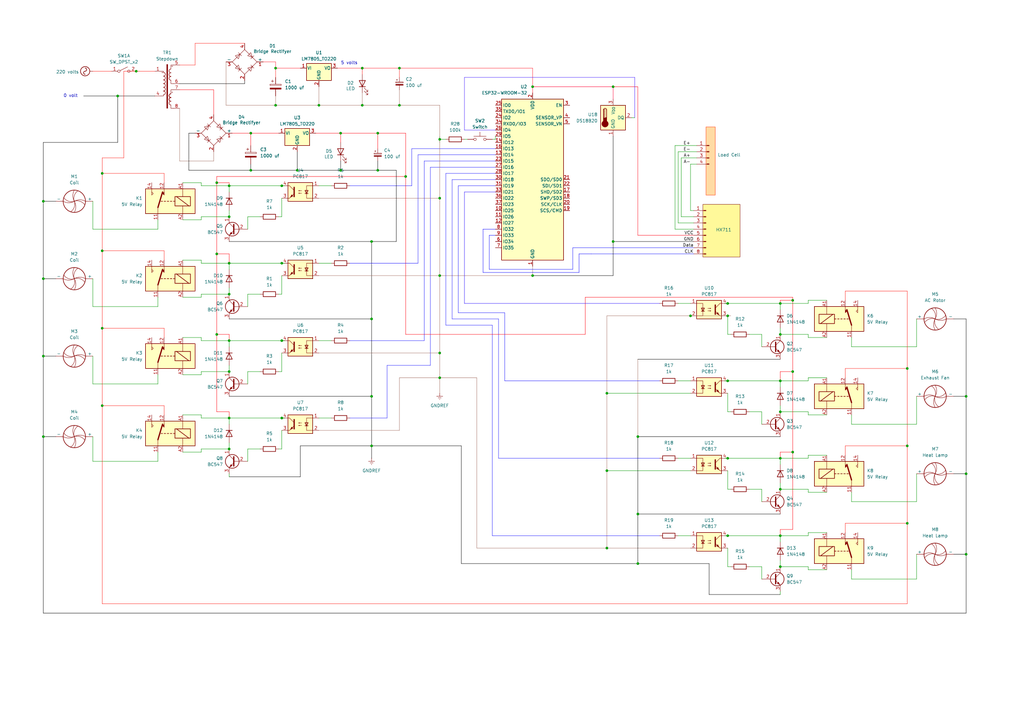
<source format=kicad_sch>
(kicad_sch (version 20231120) (generator "eeschema") (generator_version "8.0")
  (paper "A3")
  (junction (at 251.46 35.56))
  (junction (at 115.57 171.45))
  (junction (at 41.91 71.12))
  (junction (at 102.87 69.85))
  (junction (at 261.62 231.14))
  (junction (at 139.7 69.85))
  (junction (at 55.88 29.21))
  (junction (at 17.78 114.3))
  (junction (at 17.78 179.07))
  (junction (at 152.4 162.56))
  (junction (at 148.59 43.18))
  (junction (at 115.57 107.95))
  (junction (at 130.81 43.18))
  (junction (at 152.4 130.81))
  (junction (at 93.98 88.9))
  (junction (at 320.04 232.41))
  (junction (at 48.26 39.37))
  (junction (at 180.34 57.15))
  (junction (at 17.78 146.05))
  (junction (at 248.92 161.29))
  (junction (at 298.45 187.96))
  (junction (at 93.98 152.4))
  (junction (at 218.44 113.03))
  (junction (at 283.21 129.54))
  (junction (at 163.83 27.94))
  (junction (at 17.78 82.55))
  (junction (at 88.9 137.16))
  (junction (at 154.94 54.61))
  (junction (at 93.98 107.95))
  (junction (at 113.03 27.94))
  (junction (at 372.11 182.88))
  (junction (at 115.57 139.7))
  (junction (at 148.59 27.94))
  (junction (at 298.45 156.21))
  (junction (at 180.34 144.78))
  (junction (at 396.24 227.33))
  (junction (at 93.98 120.65))
  (junction (at 248.92 224.79))
  (junction (at 320.04 124.46))
  (junction (at 139.7 54.61))
  (junction (at 298.45 129.54))
  (junction (at 298.45 219.71))
  (junction (at 115.57 76.2))
  (junction (at 166.37 72.39))
  (junction (at 261.62 210.82))
  (junction (at 41.91 166.37))
  (junction (at 320.04 187.96))
  (junction (at 325.12 123.19))
  (junction (at 93.98 184.15))
  (junction (at 180.34 113.03))
  (junction (at 93.98 76.2))
  (junction (at 152.4 182.88))
  (junction (at 248.92 193.04))
  (junction (at 93.98 171.45))
  (junction (at 396.24 194.31))
  (junction (at 93.98 139.7))
  (junction (at 180.34 81.28))
  (junction (at 180.34 154.94))
  (junction (at 325.12 185.42))
  (junction (at 88.9 104.14))
  (junction (at 320.04 200.66))
  (junction (at 298.45 124.46))
  (junction (at 154.94 69.85))
  (junction (at 163.83 43.18))
  (junction (at 320.04 137.16))
  (junction (at 113.03 43.18))
  (junction (at 372.11 214.63))
  (junction (at 320.04 156.21))
  (junction (at 41.91 102.87))
  (junction (at 102.87 54.61))
  (junction (at 372.11 151.13))
  (junction (at 218.44 35.56))
  (junction (at 261.62 179.07))
  (junction (at 88.9 74.93))
  (junction (at 251.46 99.06))
  (junction (at 41.91 134.62))
  (junction (at 320.04 168.91))
  (junction (at 396.24 162.56))
  (junction (at 320.04 219.71))
  (junction (at 121.92 69.85))
  (junction (at 152.4 99.06))
  (junction (at 325.12 152.4))
  (wire (pts (xy 17.78 146.05) (xy 17.78 179.07)) (stroke (width 0) (color 0 0 0 1)))
  (wire (pts (xy 396.24 130.81) (xy 391.16 130.81)) (stroke (width 0) (color 0 0 0 1)))
  (wire (pts (xy 154.94 66.04) (xy 154.94 69.85)) (stroke (width 0) (color 0 0 0 1)))
  (wire (pts (xy 261.62 231.14) (xy 189.23 231.14)) (stroke (width 0) (color 0 0 0 1)))
  (wire (pts (xy 298.45 193.04) (xy 298.45 200.66)))
  (wire (pts (xy 115.57 176.53) (xy 115.57 184.15)))
  (wire (pts (xy 115.57 152.4) (xy 114.3 152.4)))
  (wire (pts (xy 187.96 128.27) (xy 187.96 76.2)) (stroke (width 0) (color 28 23 255 1)))
  (wire (pts (xy 139.7 54.61) (xy 129.54 54.61)) (stroke (width 0) (color 255 0 13 1)))
  (wire (pts (xy 138.43 27.94) (xy 148.59 27.94)) (stroke (width 0) (color 255 23 40 1)))
  (wire (pts (xy 325.12 152.4) (xy 325.12 185.42)) (stroke (width 0) (color 255 2 11 1)))
  (wire (pts (xy 372.11 214.63) (xy 372.11 247.65)) (stroke (width 0) (color 255 30 24 1)))
  (wire (pts (xy 278.13 62.23) (xy 285.75 62.23)))
  (wire (pts (xy 74.93 170.18) (xy 82.55 170.18)))
  (wire (pts (xy 260.35 48.26) (xy 259.08 48.26)))
  (wire (pts (xy 182.88 133.35) (xy 201.93 133.35)) (stroke (width 0) (color 28 23 255 1)))
  (wire (pts (xy 73.66 34.29) (xy 100.33 34.29)) (stroke (width 0) (color 0 0 0 1)))
  (wire (pts (xy 102.87 54.61) (xy 102.87 59.69)) (stroke (width 0) (color 255 0 13 1)))
  (wire (pts (xy 248.92 224.79) (xy 248.92 193.04)) (stroke (width 0) (color 163 110 97 1)))
  (wire (pts (xy 312.42 232.41) (xy 312.42 237.49)))
  (wire (pts (xy 339.09 123.19) (xy 331.47 123.19)))
  (wire (pts (xy 195.58 154.94) (xy 180.34 154.94)) (stroke (width 0) (color 163 110 97 1)))
  (wire (pts (xy 251.46 35.56) (xy 218.44 35.56)) (stroke (width 0) (color 255 0 50 1)))
  (wire (pts (xy 38.1 93.98) (xy 64.77 93.98)))
  (wire (pts (xy 95.25 54.61) (xy 102.87 54.61)) (stroke (width 0) (color 255 0 13 1)))
  (wire (pts (xy 50.8 64.77) (xy 41.91 64.77)) (stroke (width 0) (color 255 30 24 1)))
  (wire (pts (xy 48.26 58.42) (xy 17.78 58.42)) (stroke (width 0) (color 0 0 0 1)))
  (wire (pts (xy 312.42 232.41) (xy 307.34 232.41)))
  (wire (pts (xy 67.31 166.37) (xy 67.31 170.18)) (stroke (width 0) (color 255 30 24 1)))
  (wire (pts (xy 349.25 142.24) (xy 349.25 138.43)))
  (wire (pts (xy 320.04 156.21) (xy 320.04 152.4)) (stroke (width 0) (color 255 2 11 1)))
  (wire (pts (xy 64.77 157.48) (xy 64.77 153.67)))
  (wire (pts (xy 123.19 27.94) (xy 113.03 27.94)) (stroke (width 0) (color 255 23 40 1)))
  (wire (pts (xy 93.98 104.14) (xy 88.9 104.14)) (stroke (width 0) (color 255 2 11 1)))
  (wire (pts (xy 82.55 120.65) (xy 93.98 120.65)))
  (wire (pts (xy 101.6 120.65) (xy 106.68 120.65)))
  (wire (pts (xy 87.63 66.04) (xy 87.63 62.23)) (stroke (width 0) (color 163 110 97 1)))
  (wire (pts (xy 298.45 200.66) (xy 299.72 200.66)))
  (wire (pts (xy 284.48 104.14) (xy 242.57 104.14)) (stroke (width 0) (color 20 20 255 1)))
  (wire (pts (xy 93.98 139.7) (xy 93.98 142.24)))
  (wire (pts (xy 148.59 27.94) (xy 163.83 27.94)) (stroke (width 0) (color 255 23 40 1)))
  (wire (pts (xy 93.98 130.81) (xy 152.4 130.81)) (stroke (width 0) (color 0 0 0 1)))
  (wire (pts (xy 372.11 182.88) (xy 346.71 182.88)) (stroke (width 0) (color 255 30 24 1)))
  (wire (pts (xy 325.12 121.92) (xy 325.12 123.19)) (stroke (width 0) (color 255 0 13 1)))
  (wire (pts (xy 176.53 68.58) (xy 176.53 149.86)) (stroke (width 0) (color 28 23 255 1)))
  (wire (pts (xy 331.47 124.46) (xy 320.04 124.46)))
  (wire (pts (xy 234.95 101.6) (xy 284.48 101.6)) (stroke (width 0) (color 20 20 255 1)))
  (wire (pts (xy 270.51 124.46) (xy 190.5 124.46)) (stroke (width 0) (color 36 10 255 1)))
  (wire (pts (xy 50.8 29.21) (xy 50.8 64.77)) (stroke (width 0) (color 255 30 24 1)))
  (wire (pts (xy 284.48 93.98) (xy 276.86 93.98)))
  (wire (pts (xy 396.24 194.31) (xy 396.24 227.33)) (stroke (width 0) (color 0 0 0 1)))
  (wire (pts (xy 251.46 40.64) (xy 251.46 35.56)) (stroke (width 0) (color 255 0 50 1)))
  (wire (pts (xy 101.6 88.9) (xy 101.6 93.98)))
  (wire (pts (xy 154.94 60.96) (xy 154.94 54.61)) (stroke (width 0) (color 255 0 13 1)))
  (wire (pts (xy 88.9 137.16) (xy 88.9 168.91)) (stroke (width 0) (color 255 2 11 1)))
  (wire (pts (xy 74.93 153.67) (xy 82.55 153.67)))
  (wire (pts (xy 298.45 224.79) (xy 298.45 232.41)))
  (wire (pts (xy 93.98 76.2) (xy 93.98 78.74)))
  (wire (pts (xy 200.66 110.49) (xy 234.95 110.49)) (stroke (width 0) (color 20 20 255 1)))
  (wire (pts (xy 115.57 184.15) (xy 114.3 184.15)))
  (wire (pts (xy 180.34 57.15) (xy 180.34 58.42)))
  (wire (pts (xy 48.26 39.37) (xy 63.5 39.37)) (stroke (width 0) (color 0 0 0 1)))
  (wire (pts (xy 190.5 57.15) (xy 191.77 57.15)))
  (wire (pts (xy 173.99 139.7) (xy 143.51 139.7)) (stroke (width 0) (color 28 23 255 1)))
  (wire (pts (xy 158.75 171.45) (xy 143.51 171.45)) (stroke (width 0) (color 28 23 255 1)))
  (wire (pts (xy 115.57 88.9) (xy 114.3 88.9)))
  (wire (pts (xy 48.26 39.37) (xy 48.26 58.42)) (stroke (width 0) (color 0 0 0 1)))
  (wire (pts (xy 38.1 29.21) (xy 45.72 29.21)) (stroke (width 0) (color 255 30 24 1)))
  (wire (pts (xy 237.49 104.14) (xy 242.57 104.14)) (stroke (width 0) (color 7 0 255 1)))
  (wire (pts (xy 93.98 168.91) (xy 93.98 171.45)) (stroke (width 0) (color 255 2 11 1)))
  (wire (pts (xy 320.04 124.46) (xy 320.04 127)))
  (wire (pts (xy 396.24 251.46) (xy 17.78 251.46)) (stroke (width 0) (color 0 0 0 1)))
  (wire (pts (xy 101.6 88.9) (xy 106.68 88.9)))
  (wire (pts (xy 375.92 227.33) (xy 375.92 237.49)))
  (wire (pts (xy 67.31 102.87) (xy 67.31 106.68)) (stroke (width 0) (color 255 30 24 1)))
  (wire (pts (xy 331.47 187.96) (xy 320.04 187.96)))
  (wire (pts (xy 331.47 137.16) (xy 320.04 137.16)))
  (wire (pts (xy 283.21 124.46) (xy 278.13 124.46)))
  (wire (pts (xy 320.04 123.19) (xy 320.04 124.46)) (stroke (width 0) (color 255 2 11 1)))
  (wire (pts (xy 207.01 156.21) (xy 270.51 156.21)) (stroke (width 0) (color 28 23 255 1)))
  (wire (pts (xy 50.8 29.21) (xy 55.88 29.21)) (stroke (width 0) (color 255 30 24 1)))
  (wire (pts (xy 201.93 57.15) (xy 203.2 57.15)))
  (wire (pts (xy 251.46 99.06) (xy 251.46 113.03)) (stroke (width 0) (color 0 0 0 1)))
  (wire (pts (xy 41.91 134.62) (xy 41.91 166.37)) (stroke (width 0) (color 255 30 24 1)))
  (wire (pts (xy 115.57 144.78) (xy 115.57 152.4)))
  (wire (pts (xy 34.29 39.37) (xy 48.26 39.37)) (stroke (width 0) (color 0 0 0 1)))
  (wire (pts (xy 130.81 76.2) (xy 135.89 76.2)))
  (wire (pts (xy 279.4 64.77) (xy 285.75 64.77)))
  (wire (pts (xy 251.46 113.03) (xy 218.44 113.03)) (stroke (width 0) (color 0 0 0 1)))
  (wire (pts (xy 92.71 43.18) (xy 113.03 43.18)) (stroke (width 0) (color 163 110 97 1)))
  (wire (pts (xy 285.75 67.31) (xy 283.21 67.31)))
  (wire (pts (xy 346.71 182.88) (xy 346.71 186.69)) (stroke (width 0) (color 255 30 24 1)))
  (wire (pts (xy 234.95 101.6) (xy 234.95 110.49)) (stroke (width 0) (color 20 20 255 1)))
  (wire (pts (xy 375.92 130.81) (xy 375.92 142.24)))
  (wire (pts (xy 41.91 64.77) (xy 41.91 71.12)) (stroke (width 0) (color 255 30 24 1)))
  (wire (pts (xy 115.57 120.65) (xy 114.3 120.65)))
  (wire (pts (xy 185.42 73.66) (xy 203.2 73.66)) (stroke (width 0) (color 28 23 255 1)))
  (wire (pts (xy 297.18 219.71) (xy 298.45 219.71)))
  (wire (pts (xy 17.78 251.46) (xy 17.78 179.07)) (stroke (width 0) (color 0 0 0 1)))
  (wire (pts (xy 320.04 134.62) (xy 320.04 137.16)))
  (wire (pts (xy 339.09 138.43) (xy 331.47 138.43)))
  (wire (pts (xy 166.37 137.16) (xy 166.37 72.39)) (stroke (width 0) (color 255 0 13 1)))
  (wire (pts (xy 396.24 162.56) (xy 391.16 162.56)) (stroke (width 0) (color 0 0 0 1)))
  (wire (pts (xy 180.34 57.15) (xy 182.88 57.15)))
  (wire (pts (xy 130.81 81.28) (xy 180.34 81.28)) (stroke (width 0) (color 163 110 97 1)))
  (wire (pts (xy 130.81 176.53) (xy 163.83 176.53)) (stroke (width 0) (color 163 110 97 1)))
  (wire (pts (xy 166.37 72.39) (xy 88.9 72.39)) (stroke (width 0) (color 255 0 13 1)))
  (wire (pts (xy 320.04 229.87) (xy 320.04 232.41)))
  (wire (pts (xy 38.1 114.3) (xy 38.1 125.73)))
  (wire (pts (xy 121.92 69.85) (xy 102.87 69.85)) (stroke (width 0) (color 0 0 0 1)))
  (wire (pts (xy 298.45 232.41) (xy 299.72 232.41)))
  (wire (pts (xy 77.47 69.85) (xy 102.87 69.85)) (stroke (width 0) (color 0 0 0 1)))
  (wire (pts (xy 320.04 152.4) (xy 325.12 152.4)) (stroke (width 0) (color 255 2 11 1)))
  (wire (pts (xy 198.12 93.98) (xy 198.12 111.76)) (stroke (width 0) (color 7 0 255 1)))
  (wire (pts (xy 283.21 187.96) (xy 278.13 187.96)))
  (wire (pts (xy 331.47 154.94) (xy 331.47 156.21)))
  (wire (pts (xy 163.83 36.83) (xy 163.83 43.18)) (stroke (width 0) (color 163 110 97 1)))
  (wire (pts (xy 207.01 128.27) (xy 187.96 128.27)) (stroke (width 0) (color 28 23 255 1)))
  (wire (pts (xy 166.37 54.61) (xy 166.37 72.39)) (stroke (width 0) (color 255 0 13 1)))
  (wire (pts (xy 248.92 224.79) (xy 283.21 224.79)) (stroke (width 0) (color 163 110 97 1)))
  (wire (pts (xy 320.04 242.57) (xy 320.04 243.84)))
  (wire (pts (xy 93.98 194.31) (xy 93.98 195.58)))
  (wire (pts (xy 283.21 156.21) (xy 278.13 156.21)))
  (wire (pts (xy 82.55 153.67) (xy 82.55 152.4)))
  (wire (pts (xy 185.42 130.81) (xy 185.42 73.66)) (stroke (width 0) (color 28 23 255 1)))
  (wire (pts (xy 200.66 96.52) (xy 203.2 96.52)) (stroke (width 0) (color 20 20 255 1)))
  (wire (pts (xy 198.12 111.76) (xy 237.49 111.76)) (stroke (width 0) (color 7 0 255 1)))
  (wire (pts (xy 93.98 76.2) (xy 115.57 76.2)))
  (wire (pts (xy 82.55 121.92) (xy 82.55 120.65)))
  (wire (pts (xy 261.62 231.14) (xy 261.62 210.82)) (stroke (width 0) (color 0 0 0 1)))
  (wire (pts (xy 189.23 182.88) (xy 152.4 182.88)) (stroke (width 0) (color 0 0 0 1)))
  (wire (pts (xy 320.04 243.84) (xy 290.83 243.84)) (stroke (width 0) (color 0 0 0 1)))
  (wire (pts (xy 17.78 82.55) (xy 17.78 114.3)) (stroke (width 0) (color 0 0 0 1)))
  (wire (pts (xy 190.5 124.46) (xy 190.5 78.74)) (stroke (width 0) (color 36 10 255 1)))
  (wire (pts (xy 320.04 217.17) (xy 320.04 219.71)) (stroke (width 0) (color 255 2 11 1)))
  (wire (pts (xy 93.98 149.86) (xy 93.98 152.4)))
  (wire (pts (xy 203.2 53.34) (xy 190.5 53.34)) (stroke (width 0) (color 62 24 255 1)))
  (wire (pts (xy 346.71 151.13) (xy 346.71 154.94)) (stroke (width 0) (color 255 30 24 1)))
  (wire (pts (xy 82.55 170.18) (xy 82.55 171.45)))
  (wire (pts (xy 261.62 147.32) (xy 261.62 179.07)) (stroke (width 0) (color 163 110 97 1)))
  (wire (pts (xy 163.83 27.94) (xy 163.83 31.75)) (stroke (width 0) (color 255 30 24 1)))
  (wire (pts (xy 339.09 218.44) (xy 331.47 218.44)))
  (wire (pts (xy 331.47 156.21) (xy 320.04 156.21)))
  (wire (pts (xy 93.98 162.56) (xy 152.4 162.56)) (stroke (width 0) (color 0 0 0 1)))
  (wire (pts (xy 116.84 76.2) (xy 115.57 76.2)))
  (wire (pts (xy 279.4 88.9) (xy 279.4 64.77)))
  (wire (pts (xy 346.71 214.63) (xy 346.71 218.44)) (stroke (width 0) (color 255 30 24 1)))
  (wire (pts (xy 248.92 161.29) (xy 248.92 129.54)) (stroke (width 0) (color 163 110 97 1)))
  (wire (pts (xy 180.34 154.94) (xy 180.34 161.29)) (stroke (width 0) (color 163 110 97 1)))
  (wire (pts (xy 154.94 54.61) (xy 166.37 54.61)) (stroke (width 0) (color 255 0 13 1)))
  (wire (pts (xy 331.47 218.44) (xy 331.47 219.71)))
  (wire (pts (xy 278.13 91.44) (xy 278.13 62.23)))
  (wire (pts (xy 38.1 82.55) (xy 38.1 93.98)))
  (wire (pts (xy 154.94 54.61) (xy 139.7 54.61)) (stroke (width 0) (color 255 0 13 1)))
  (wire (pts (xy 396.24 227.33) (xy 391.16 227.33)) (stroke (width 0) (color 0 0 0 1)))
  (wire (pts (xy 299.72 129.54) (xy 298.45 129.54)) (stroke (width 0) (color 163 110 97 1)))
  (wire (pts (xy 190.5 31.75) (xy 260.35 31.75)) (stroke (width 0) (color 62 24 255 1)))
  (wire (pts (xy 248.92 193.04) (xy 248.92 161.29)) (stroke (width 0) (color 163 110 97 1)))
  (wire (pts (xy 187.96 76.2) (xy 203.2 76.2)) (stroke (width 0) (color 28 23 255 1)))
  (wire (pts (xy 278.13 91.44) (xy 284.48 91.44)))
  (wire (pts (xy 372.11 182.88) (xy 372.11 214.63)) (stroke (width 0) (color 255 30 24 1)))
  (wire (pts (xy 93.98 74.93) (xy 93.98 76.2)) (stroke (width 0) (color 255 2 11 1)))
  (wire (pts (xy 154.94 69.85) (xy 139.7 69.85)) (stroke (width 0) (color 0 0 0 1)))
  (wire (pts (xy 248.92 129.54) (xy 283.21 129.54)) (stroke (width 0) (color 163 110 97 1)))
  (wire (pts (xy 372.11 151.13) (xy 346.71 151.13)) (stroke (width 0) (color 255 30 24 1)))
  (wire (pts (xy 163.83 176.53) (xy 163.83 154.94)) (stroke (width 0) (color 163 110 97 1)))
  (wire (pts (xy 180.34 43.18) (xy 180.34 57.15)) (stroke (width 0) (color 163 110 97 1)))
  (wire (pts (xy 113.03 25.4) (xy 113.03 27.94)) (stroke (width 0) (color 255 23 40 1)))
  (wire (pts (xy 38.1 146.05) (xy 38.1 157.48)))
  (wire (pts (xy 139.7 66.04) (xy 139.7 69.85)) (stroke (width 0) (color 0 0 0 1)))
  (wire (pts (xy 107.95 25.4) (xy 113.03 25.4)) (stroke (width 0) (color 255 23 40 1)))
  (wire (pts (xy 201.93 219.71) (xy 270.51 219.71)) (stroke (width 0) (color 28 23 255 1)))
  (wire (pts (xy 168.91 60.96) (xy 203.2 60.96)) (stroke (width 0) (color 28 23 255 1)))
  (wire (pts (xy 152.4 99.06) (xy 152.4 130.81)) (stroke (width 0) (color 0 0 0 1)))
  (wire (pts (xy 204.47 130.81) (xy 185.42 130.81)) (stroke (width 0) (color 28 23 255 1)))
  (wire (pts (xy 87.63 36.83) (xy 87.63 46.99)) (stroke (width 0) (color 255 0 13 1)))
  (wire (pts (xy 261.62 35.56) (xy 251.46 35.56)) (stroke (width 0) (color 255 13 30 1)))
  (wire (pts (xy 171.45 63.5) (xy 171.45 107.95)) (stroke (width 0) (color 28 23 255 1)))
  (wire (pts (xy 372.11 119.38) (xy 346.71 119.38)) (stroke (width 0) (color 255 30 24 1)))
  (wire (pts (xy 93.98 137.16) (xy 88.9 137.16)) (stroke (width 0) (color 255 2 11 1)))
  (wire (pts (xy 331.47 232.41) (xy 320.04 232.41)))
  (wire (pts (xy 82.55 185.42) (xy 82.55 184.15)))
  (wire (pts (xy 251.46 55.88) (xy 251.46 99.06)) (stroke (width 0) (color 0 0 0 1)))
  (wire (pts (xy 93.98 118.11) (xy 93.98 120.65)))
  (wire (pts (xy 130.81 107.95) (xy 135.89 107.95)))
  (wire (pts (xy 130.81 139.7) (xy 135.89 139.7)))
  (wire (pts (xy 339.09 170.18) (xy 331.47 170.18)))
  (wire (pts (xy 82.55 184.15) (xy 93.98 184.15)))
  (wire (pts (xy 93.98 86.36) (xy 93.98 88.9)))
  (wire (pts (xy 113.03 27.94) (xy 113.03 31.75)) (stroke (width 0) (color 255 30 24 1)))
  (wire (pts (xy 162.56 99.06) (xy 152.4 99.06)) (stroke (width 0) (color 0 0 0 1)))
  (wire (pts (xy 74.93 185.42) (xy 82.55 185.42)))
  (wire (pts (xy 203.2 57.15) (xy 203.2 55.88)))
  (wire (pts (xy 290.83 243.84) (xy 290.83 231.14)) (stroke (width 0) (color 0 0 0 1)))
  (wire (pts (xy 204.47 187.96) (xy 270.51 187.96)) (stroke (width 0) (color 28 23 255 1)))
  (wire (pts (xy 331.47 233.68) (xy 331.47 232.41)))
  (wire (pts (xy 283.21 86.36) (xy 283.21 67.31)))
  (wire (pts (xy 113.03 43.18) (xy 130.81 43.18)) (stroke (width 0) (color 163 110 97 1)))
  (wire (pts (xy 115.57 113.03) (xy 115.57 120.65)))
  (wire (pts (xy 283.21 86.36) (xy 284.48 86.36)))
  (wire (pts (xy 240.03 121.92) (xy 325.12 121.92)) (stroke (width 0) (color 255 0 13 1)))
  (wire (pts (xy 200.66 96.52) (xy 200.66 110.49)) (stroke (width 0) (color 20 20 255 1)))
  (wire (pts (xy 339.09 186.69) (xy 331.47 186.69)))
  (wire (pts (xy 312.42 168.91) (xy 307.34 168.91)))
  (wire (pts (xy 375.92 194.31) (xy 375.92 205.74)))
  (wire (pts (xy 298.45 129.54) (xy 298.45 137.16)))
  (wire (pts (xy 163.83 43.18) (xy 148.59 43.18)) (stroke (width 0) (color 163 110 97 1)))
  (wire (pts (xy 93.98 107.95) (xy 115.57 107.95)))
  (wire (pts (xy 298.45 168.91) (xy 299.72 168.91)))
  (wire (pts (xy 297.18 156.21) (xy 298.45 156.21)))
  (wire (pts (xy 168.91 60.96) (xy 168.91 76.2)) (stroke (width 0) (color 28 23 255 1)))
  (wire (pts (xy 55.88 29.21) (xy 63.5 29.21)) (stroke (width 0) (color 255 30 24 1)))
  (wire (pts (xy 218.44 27.94) (xy 218.44 35.56)) (stroke (width 0) (color 255 23 40 1)))
  (wire (pts (xy 240.03 121.92) (xy 240.03 137.16)) (stroke (width 0) (color 255 0 13 1)))
  (wire (pts (xy 180.34 113.03) (xy 218.44 113.03)) (stroke (width 0) (color 163 110 97 1)))
  (wire (pts (xy 88.9 74.93) (xy 88.9 104.14)) (stroke (width 0) (color 255 2 11 1)))
  (wire (pts (xy 41.91 166.37) (xy 41.91 247.65)) (stroke (width 0) (color 255 30 24 1)))
  (wire (pts (xy 113.03 43.18) (xy 113.03 39.37)) (stroke (width 0) (color 163 110 97 1)))
  (wire (pts (xy 130.81 113.03) (xy 180.34 113.03)) (stroke (width 0) (color 163 110 97 1)))
  (wire (pts (xy 41.91 71.12) (xy 41.91 102.87)) (stroke (width 0) (color 255 30 24 1)))
  (wire (pts (xy 152.4 182.88) (xy 152.4 162.56)) (stroke (width 0) (color 0 0 0 1)))
  (wire (pts (xy 331.47 200.66) (xy 320.04 200.66)))
  (wire (pts (xy 297.18 124.46) (xy 298.45 124.46)))
  (wire (pts (xy 73.66 44.45) (xy 73.66 66.04)) (stroke (width 0) (color 163 110 97 1)))
  (wire (pts (xy 320.04 147.32) (xy 261.62 147.32)) (stroke (width 0) (color 0 0 0 1)))
  (wire (pts (xy 396.24 162.56) (xy 396.24 194.31)) (stroke (width 0) (color 0 0 0 1)))
  (wire (pts (xy 248.92 193.04) (xy 283.21 193.04)))
  (wire (pts (xy 158.75 149.86) (xy 158.75 171.45)) (stroke (width 0) (color 28 23 255 1)))
  (wire (pts (xy 320.04 124.46) (xy 298.45 124.46)))
  (wire (pts (xy 171.45 63.5) (xy 203.2 63.5)) (stroke (width 0) (color 28 23 255 1)))
  (wire (pts (xy 331.47 138.43) (xy 331.47 137.16)))
  (wire (pts (xy 88.9 168.91) (xy 93.98 168.91)) (stroke (width 0) (color 255 2 11 1)))
  (wire (pts (xy 93.98 181.61) (xy 93.98 184.15)))
  (wire (pts (xy 130.81 43.18) (xy 148.59 43.18)) (stroke (width 0) (color 163 110 97 1)))
  (wire (pts (xy 283.21 219.71) (xy 278.13 219.71)))
  (wire (pts (xy 375.92 162.56) (xy 375.92 173.99)))
  (wire (pts (xy 93.98 99.06) (xy 152.4 99.06)) (stroke (width 0) (color 0 0 0 1)))
  (wire (pts (xy 163.83 43.18) (xy 180.34 43.18)) (stroke (width 0) (color 163 110 97 1)))
  (wire (pts (xy 331.47 219.71) (xy 320.04 219.71)))
  (wire (pts (xy 176.53 68.58) (xy 203.2 68.58)) (stroke (width 0) (color 28 23 255 1)))
  (wire (pts (xy 298.45 129.54) (xy 283.21 129.54)) (stroke (width 0) (color 163 110 97 1)))
  (wire (pts (xy 176.53 149.86) (xy 158.75 149.86)) (stroke (width 0) (color 28 23 255 1)))
  (wire (pts (xy 298.45 137.16) (xy 299.72 137.16)))
  (wire (pts (xy 320.04 219.71) (xy 298.45 219.71)))
  (wire (pts (xy 101.6 152.4) (xy 101.6 157.48)))
  (wire (pts (xy 339.09 201.93) (xy 331.47 201.93)))
  (wire (pts (xy 166.37 137.16) (xy 240.03 137.16)) (stroke (width 0) (color 255 0 13 1)))
  (wire (pts (xy 74.93 121.92) (xy 82.55 121.92)))
  (wire (pts (xy 93.98 107.95) (xy 93.98 110.49)))
  (wire (pts (xy 331.47 186.69) (xy 331.47 187.96)))
  (wire (pts (xy 320.04 187.96) (xy 320.04 190.5)))
  (wire (pts (xy 67.31 71.12) (xy 67.31 74.93)) (stroke (width 0) (color 255 30 24 1)))
  (wire (pts (xy 396.24 130.81) (xy 396.24 162.56)) (stroke (width 0) (color 0 0 0 1)))
  (wire (pts (xy 325.12 185.42) (xy 325.12 217.17)) (stroke (width 0) (color 255 2 11 1)))
  (wire (pts (xy 173.99 66.04) (xy 173.99 139.7)) (stroke (width 0) (color 28 23 255 1)))
  (wire (pts (xy 82.55 107.95) (xy 93.98 107.95)))
  (wire (pts (xy 173.99 66.04) (xy 203.2 66.04)) (stroke (width 0) (color 28 23 255 1)))
  (wire (pts (xy 180.34 57.15) (xy 180.34 81.28)) (stroke (width 0) (color 163 110 97 1)))
  (wire (pts (xy 320.04 166.37) (xy 320.04 168.91)))
  (wire (pts (xy 349.25 237.49) (xy 349.25 233.68)))
  (wire (pts (xy 17.78 114.3) (xy 17.78 146.05)) (stroke (width 0) (color 0 0 0 1)))
  (wire (pts (xy 218.44 113.03) (xy 218.44 109.22)) (stroke (width 0) (color 163 110 97 1)))
  (wire (pts (xy 38.1 179.07) (xy 38.1 189.23)))
  (wire (pts (xy 67.31 134.62) (xy 67.31 138.43)) (stroke (width 0) (color 255 30 24 1)))
  (wire (pts (xy 372.11 119.38) (xy 372.11 151.13)) (stroke (width 0) (color 255 30 24 1)))
  (wire (pts (xy 101.6 152.4) (xy 106.68 152.4)))
  (wire (pts (xy 279.4 88.9) (xy 284.48 88.9)))
  (wire (pts (xy 74.93 74.93) (xy 82.55 74.93)))
  (wire (pts (xy 312.42 200.66) (xy 312.42 205.74)))
  (wire (pts (xy 41.91 102.87) (xy 67.31 102.87)) (stroke (width 0) (color 255 30 24 1)))
  (wire (pts (xy 251.46 99.06) (xy 284.48 99.06)) (stroke (width 0) (color 0 0 0 1)))
  (wire (pts (xy 17.78 179.07) (xy 22.86 179.07)) (stroke (width 0) (color 0 0 0 1)))
  (wire (pts (xy 17.78 82.55) (xy 22.86 82.55)) (stroke (width 0) (color 0 0 0 1)))
  (wire (pts (xy 139.7 58.42) (xy 139.7 54.61)) (stroke (width 0) (color 255 0 13 1)))
  (wire (pts (xy 320.04 187.96) (xy 298.45 187.96)))
  (wire (pts (xy 207.01 156.21) (xy 207.01 128.27)) (stroke (width 0) (color 28 23 255 1)))
  (wire (pts (xy 320.04 156.21) (xy 298.45 156.21)))
  (wire (pts (xy 102.87 67.31) (xy 102.87 69.85)) (stroke (width 0) (color 0 0 0 1)))
  (wire (pts (xy 201.93 219.71) (xy 201.93 133.35)) (stroke (width 0) (color 28 23 255 1)))
  (wire (pts (xy 204.47 187.96) (xy 204.47 130.81)) (stroke (width 0) (color 28 23 255 1)))
  (wire (pts (xy 375.92 237.49) (xy 349.25 237.49)))
  (wire (pts (xy 41.91 134.62) (xy 67.31 134.62)) (stroke (width 0) (color 255 30 24 1)))
  (wire (pts (xy 163.83 154.94) (xy 180.34 154.94)) (stroke (width 0) (color 163 110 97 1)))
  (wire (pts (xy 123.19 182.88) (xy 152.4 182.88)) (stroke (width 0) (color 0 0 0 1)))
  (wire (pts (xy 116.84 139.7) (xy 115.57 139.7)))
  (wire (pts (xy 320.04 185.42) (xy 325.12 185.42)) (stroke (width 0) (color 255 2 11 1)))
  (wire (pts (xy 325.12 217.17) (xy 320.04 217.17)) (stroke (width 0) (color 255 2 11 1)))
  (wire (pts (xy 82.55 76.2) (xy 93.98 76.2)))
  (wire (pts (xy 349.25 173.99) (xy 349.25 170.18)))
  (wire (pts (xy 339.09 154.94) (xy 331.47 154.94)))
  (wire (pts (xy 276.86 59.69) (xy 285.75 59.69)))
  (wire (pts (xy 41.91 247.65) (xy 372.11 247.65)) (stroke (width 0) (color 255 30 24 1)))
  (wire (pts (xy 92.71 25.4) (xy 92.71 43.18)) (stroke (width 0) (color 163 110 97 1)))
  (wire (pts (xy 182.88 71.12) (xy 182.88 133.35)) (stroke (width 0) (color 28 23 255 1)))
  (wire (pts (xy 180.34 144.78) (xy 180.34 154.94)) (stroke (width 0) (color 163 110 97 1)))
  (wire (pts (xy 130.81 35.56) (xy 130.81 43.18)) (stroke (width 0) (color 163 110 97 1)))
  (wire (pts (xy 115.57 81.28) (xy 115.57 88.9)))
  (wire (pts (xy 297.18 187.96) (xy 298.45 187.96)))
  (wire (pts (xy 331.47 201.93) (xy 331.47 200.66)))
  (wire (pts (xy 80.01 26.67) (xy 80.01 17.78)) (stroke (width 0) (color 255 30 24 1)))
  (wire (pts (xy 82.55 74.93) (xy 82.55 76.2)))
  (wire (pts (xy 312.42 137.16) (xy 312.42 142.24)))
  (wire (pts (xy 38.1 125.73) (xy 64.77 125.73)))
  (wire (pts (xy 260.35 31.75) (xy 260.35 48.26)) (stroke (width 0) (color 62 24 255 1)))
  (wire (pts (xy 88.9 74.93) (xy 93.98 74.93)) (stroke (width 0) (color 255 2 11 1)))
  (wire (pts (xy 82.55 171.45) (xy 93.98 171.45)))
  (wire (pts (xy 139.7 69.85) (xy 121.92 69.85)) (stroke (width 0) (color 0 0 0 1)))
  (wire (pts (xy 320.04 210.82) (xy 261.62 210.82)) (stroke (width 0) (color 0 0 0 1)))
  (wire (pts (xy 218.44 35.56) (xy 218.44 38.1)) (stroke (width 0) (color 255 23 40 1)))
  (wire (pts (xy 331.47 168.91) (xy 320.04 168.91)))
  (wire (pts (xy 372.11 214.63) (xy 346.71 214.63)) (stroke (width 0) (color 255 30 24 1)))
  (wire (pts (xy 190.5 78.74) (xy 203.2 78.74)) (stroke (width 0) (color 36 10 255 1)))
  (wire (pts (xy 237.49 111.76) (xy 237.49 104.14)) (stroke (width 0) (color 7 0 255 1)))
  (wire (pts (xy 93.98 139.7) (xy 115.57 139.7)))
  (wire (pts (xy 154.94 69.85) (xy 162.56 69.85)) (stroke (width 0) (color 0 0 0 1)))
  (wire (pts (xy 320.04 219.71) (xy 320.04 222.25)))
  (wire (pts (xy 88.9 72.39) (xy 88.9 74.93)) (stroke (width 0) (color 255 0 13 1)))
  (wire (pts (xy 130.81 144.78) (xy 180.34 144.78)) (stroke (width 0) (color 163 110 97 1)))
  (wire (pts (xy 339.09 233.68) (xy 331.47 233.68)))
  (wire (pts (xy 82.55 138.43) (xy 82.55 139.7)))
  (wire (pts (xy 73.66 66.04) (xy 87.63 66.04)) (stroke (width 0) (color 163 110 97 1)))
  (wire (pts (xy 148.59 27.94) (xy 148.59 30.48)) (stroke (width 0) (color 255 30 24 1)))
  (wire (pts (xy 320.04 187.96) (xy 320.04 185.42)) (stroke (width 0) (color 255 2 11 1)))
  (wire (pts (xy 80.01 17.78) (xy 100.33 17.78)) (stroke (width 0) (color 255 30 24 1)))
  (wire (pts (xy 349.25 205.74) (xy 349.25 201.93)))
  (wire (pts (xy 320.04 179.07) (xy 261.62 179.07)) (stroke (width 0) (color 0 0 0 1)))
  (wire (pts (xy 312.42 137.16) (xy 307.34 137.16)))
  (wire (pts (xy 130.81 171.45) (xy 135.89 171.45)))
  (wire (pts (xy 74.93 90.17) (xy 82.55 90.17)))
  (wire (pts (xy 116.84 171.45) (xy 115.57 171.45)))
  (wire (pts (xy 93.98 107.95) (xy 93.98 104.14)) (stroke (width 0) (color 255 2 11 1)))
  (wire (pts (xy 261.62 179.07) (xy 261.62 210.82)) (stroke (width 0) (color 0 0 0 1)))
  (wire (pts (xy 168.91 76.2) (xy 143.51 76.2)) (stroke (width 0) (color 28 23 255 1)))
  (wire (pts (xy 152.4 130.81) (xy 152.4 162.56)) (stroke (width 0) (color 0 0 0 1)))
  (wire (pts (xy 17.78 146.05) (xy 22.86 146.05)) (stroke (width 0) (color 0 0 0 1)))
  (wire (pts (xy 41.91 71.12) (xy 67.31 71.12)) (stroke (width 0) (color 255 30 24 1)))
  (wire (pts (xy 312.42 200.66) (xy 307.34 200.66)))
  (wire (pts (xy 116.84 107.95) (xy 115.57 107.95)))
  (wire (pts (xy 163.83 27.94) (xy 218.44 27.94)) (stroke (width 0) (color 255 23 40 1)))
  (wire (pts (xy 102.87 54.61) (xy 114.3 54.61)) (stroke (width 0) (color 255 0 13 1)))
  (wire (pts (xy 320.04 156.21) (xy 320.04 158.75)))
  (wire (pts (xy 152.4 182.88) (xy 152.4 187.96)) (stroke (width 0) (color 0 0 0 1)))
  (wire (pts (xy 17.78 58.42) (xy 17.78 82.55)) (stroke (width 0) (color 0 0 0 1)))
  (wire (pts (xy 17.78 114.3) (xy 22.86 114.3)) (stroke (width 0) (color 0 0 0 1)))
  (wire (pts (xy 143.51 107.95) (xy 171.45 107.95)) (stroke (width 0) (color 28 23 255 1)))
  (wire (pts (xy 331.47 170.18) (xy 331.47 168.91)))
  (wire (pts (xy 325.12 123.19) (xy 325.12 152.4)) (stroke (width 0) (color 255 2 11 1)))
  (wire (pts (xy 93.98 139.7) (xy 93.98 137.16)) (stroke (width 0) (color 255 2 11 1)))
  (wire (pts (xy 93.98 195.58) (xy 123.19 195.58)) (stroke (width 0) (color 0 0 0 1)))
  (wire (pts (xy 396.24 194.31) (xy 391.16 194.31)) (stroke (width 0) (color 0 0 0 1)))
  (wire (pts (xy 248.92 161.29) (xy 283.21 161.29)))
  (wire (pts (xy 82.55 152.4) (xy 93.98 152.4)))
  (wire (pts (xy 101.6 184.15) (xy 101.6 189.23)))
  (wire (pts (xy 64.77 125.73) (xy 64.77 121.92)))
  (wire (pts (xy 101.6 120.65) (xy 101.6 125.73)))
  (wire (pts (xy 93.98 171.45) (xy 93.98 173.99)))
  (wire (pts (xy 82.55 106.68) (xy 82.55 107.95)))
  (wire (pts (xy 180.34 57.15) (xy 180.34 55.88)))
  (wire (pts (xy 41.91 102.87) (xy 41.91 134.62)) (stroke (width 0) (color 255 30 24 1)))
  (wire (pts (xy 312.42 168.91) (xy 312.42 173.99)))
  (wire (pts (xy 38.1 157.48) (xy 64.77 157.48)))
  (wire (pts (xy 346.71 119.38) (xy 346.71 123.19)) (stroke (width 0) (color 255 30 24 1)))
  (wire (pts (xy 276.86 93.98) (xy 276.86 59.69)))
  (wire (pts (xy 189.23 182.88) (xy 189.23 231.14)) (stroke (width 0) (color 0 0 0 1)))
  (wire (pts (xy 148.59 38.1) (xy 148.59 43.18)) (stroke (width 0) (color 163 110 97 1)))
  (wire (pts (xy 372.11 151.13) (xy 372.11 182.88)) (stroke (width 0) (color 255 30 24 1)))
  (wire (pts (xy 64.77 189.23) (xy 64.77 185.42)))
  (wire (pts (xy 190.5 53.34) (xy 190.5 31.75)) (stroke (width 0) (color 62 24 255 1)))
  (wire (pts (xy 375.92 142.24) (xy 349.25 142.24)))
  (wire (pts (xy 331.47 123.19) (xy 331.47 124.46)))
  (wire (pts (xy 93.98 171.45) (xy 115.57 171.45)))
  (wire (pts (xy 80.01 54.61) (xy 77.47 54.61)) (stroke (width 0) (color 0 0 0 1)))
  (wire (pts (xy 73.66 26.67) (xy 80.01 26.67)) (stroke (width 0) (color 255 30 24 1)))
  (wire (pts (xy 180.34 113.03) (xy 180.34 144.78)) (stroke (width 0) (color 163 110 97 1)))
  (wire (pts (xy 375.92 205.74) (xy 349.25 205.74)))
  (wire (pts (xy 77.47 54.61) (xy 77.47 69.85)) (stroke (width 0) (color 0 0 0 1)))
  (wire (pts (xy 375.92 173.99) (xy 349.25 173.99)))
  (wire (pts (xy 38.1 189.23) (xy 64.77 189.23)))
  (wire (pts (xy 396.24 227.33) (xy 396.24 251.46)) (stroke (width 0) (color 0 0 0 1)))
  (wire (pts (xy 248.92 224.79) (xy 195.58 224.79)) (stroke (width 0) (color 163 110 97 1)))
  (wire (pts (xy 195.58 224.79) (xy 195.58 154.94)) (stroke (width 0) (color 163 110 97 1)))
  (wire (pts (xy 290.83 231.14) (xy 261.62 231.14)) (stroke (width 0) (color 0 0 0 1)))
  (wire (pts (xy 261.62 96.52) (xy 261.62 35.56)) (stroke (width 0) (color 255 13 30 1)))
  (wire (pts (xy 325.12 123.19) (xy 320.04 123.19)) (stroke (width 0) (color 255 2 11 1)))
  (wire (pts (xy 123.19 195.58) (xy 123.19 182.88)) (stroke (width 0) (color 0 0 0 1)))
  (wire (pts (xy 320.04 198.12) (xy 320.04 200.66)))
  (wire (pts (xy 298.45 161.29) (xy 298.45 168.91)))
  (wire (pts (xy 101.6 184.15) (xy 106.68 184.15)))
  (wire (pts (xy 82.55 88.9) (xy 93.98 88.9)))
  (wire (pts (xy 64.77 93.98) (xy 64.77 90.17)))
  (wire (pts (xy 73.66 36.83) (xy 87.63 36.83)) (stroke (width 0) (color 255 0 13 1)))
  (wire (pts (xy 180.34 81.28) (xy 180.34 113.03)) (stroke (width 0) (color 163 110 97 1)))
  (wire (pts (xy 88.9 104.14) (xy 88.9 137.16)) (stroke (width 0) (color 255 2 11 1)))
  (wire (pts (xy 100.33 34.29) (xy 100.33 33.02)) (stroke (width 0) (color 0 0 0 1)))
  (wire (pts (xy 74.93 106.68) (xy 82.55 106.68)))
  (wire (pts (xy 284.48 96.52) (xy 261.62 96.52)) (stroke (width 0) (color 255 13 30 1)))
  (wire (pts (xy 182.88 71.12) (xy 203.2 71.12)) (stroke (width 0) (color 28 23 255 1)))
  (wire (pts (xy 74.93 138.43) (xy 82.55 138.43)))
  (wire (pts (xy 41.91 166.37) (xy 67.31 166.37)) (stroke (width 0) (color 255 30 24 1)))
  (wire (pts (xy 162.56 69.85) (xy 162.56 99.06)) (stroke (width 0) (color 0 0 0 1)))
  (wire (pts (xy 121.92 62.23) (xy 121.92 69.85)) (stroke (width 0) (color 0 0 0 1)))
  (wire (pts (xy 82.55 139.7) (xy 93.98 139.7)))
  (wire (pts (xy 82.55 90.17) (xy 82.55 88.9)))
  (wire (pts (xy 203.2 93.98) (xy 198.12 93.98)) (stroke (width 0) (color 7 0 255 1)))
  (text "0 volt" (at 28.956 39.37 0) (effects (font (size 1.27 1.27))))
  (text "5 volts" (at 143.256 25.908 0) (effects (font (size 1.27 1.27))))
  (label "VCC" (at 284.48 96.52 180))
  (label "A-" (at 283.21 67.31 180))
  (label "E+" (at 283.21 59.69 180))
  (label "Data" (at 284.48 101.6 180))
  (label "CLK" (at 284.48 104.14 180))
  (label "A+" (at 283.21 64.77 180))
  (label "GND" (at 284.48 99.06 180))
  (label "E-" (at 283.21 62.23 180))
  (symbol (lib_id "Transformer:TEZ0.5-D-2") (at 68.58 34.29 0) (unit 1)
    (property "Reference" "TR1" (at 68.58 21.59 0))
    (property "Value" "Stepdown" (at 68.58 24.13 0))
    (property "Footprint" "Transformer_THT:Transformer_Breve_TEZ-22x24" (effects (hide yes)))
    (property "Datasheet" "http://www.breve.pl/pdf/ANG/TEZ_ang.pdf" (effects (hide yes)))
    (property "Description" "TEZ0.5/D/x-x, 0.5VA, Dual Secondary, Cast Resin Transformer, PCB" (effects (hide yes)))
  )
  (symbol (lib_id "Relay:Fujitsu_FTR-LYCA005x") (at 69.85 114.3 0) (mirror y) (unit 1)
    (property "Reference" "K2" (at 58.42 113.0299 0) (effects (justify left)))
    (property "Value" "5V Relay" (at 58.42 115.5699 0) (effects (justify left)))
    (property "Footprint" "Relay_THT:Relay_SPDT_Fujitsu_FTR-LYCA005x_FormC_Vertical" (effects (hide yes)))
    (property "Datasheet" "https://www.fujitsu.com/sg/imagesgig5/ftr-ly.pdf" (effects (hide yes)))
    (property "Description" "Relay, SPDT Form C, vertical mount, 5-60V coil, 6A, 250VAC, 28 x 5 x 15mm" (effects (hide yes)))
  )
  (symbol (lib_id "Device:R") (at 303.53 168.91 270) (unit 1)
    (property "Reference" "R13" (at 303.53 162.56 90))
    (property "Value" "1k" (at 303.53 165.1 90))
    (property "Description" "Resistor" (effects (hide yes)))
  )
  (symbol (lib_id "Transistor_BJT:BC547") (at 317.5 205.74 0) (unit 1)
    (property "Reference" "Q4" (at 322.58 204.4699 0) (effects (justify left)))
    (property "Value" "BC547" (at 322.58 207.0099 0) (effects (justify left)))
    (property "Footprint" "Package_TO_SOT_THT:TO-92_Inline" (effects (hide yes)))
    (property "Datasheet" "https://www.onsemi.com/pub/Collateral/BC550-D.pdf" (effects (hide yes)))
    (property "Description" "0.1A Ic, 45V Vce, Small Signal NPN Transistor, TO-92" (effects (hide yes)))
  )
  (symbol (lib_id "Motor:Fan_ALT") (at 383.54 194.31 90) (mirror x) (unit 1)
    (property "Reference" "M7" (at 383.54 184.15 90))
    (property "Value" "Heat Lamp" (at 383.54 186.69 90))
    (property "Description" "Fan without PWM or tach, alternative symbol" (effects (hide yes)))
  )
  (symbol (lib_id "Relay:Fujitsu_FTR-LYCA005x") (at 344.17 226.06 0) (unit 1)
    (property "Reference" "K9" (at 355.6 224.7899 0) (effects (justify left)))
    (property "Value" "5V Relay" (at 355.6 227.3299 0) (effects (justify left)))
    (property "Footprint" "Relay_THT:Relay_SPDT_Fujitsu_FTR-LYCA005x_FormC_Vertical" (effects (hide yes)))
    (property "Datasheet" "https://www.fujitsu.com/sg/imagesgig5/ftr-ly.pdf" (effects (hide yes)))
    (property "Description" "Relay, SPDT Form C, vertical mount, 5-60V coil, 6A, 250VAC, 28 x 5 x 15mm" (effects (hide yes)))
  )
  (symbol (lib_id "Motor:Fan_ALT") (at 30.48 179.07 270) (unit 1)
    (property "Reference" "M4" (at 30.48 168.91 90))
    (property "Value" "Coil" (at 30.48 171.45 90))
    (property "Description" "Fan without PWM or tach, alternative symbol" (effects (hide yes)))
  )
  (symbol (lib_id "Transistor_BJT:BC547") (at 96.52 157.48 0) (mirror y) (unit 1)
    (property "Reference" "Q7" (at 91.44 156.2099 0) (effects (justify left)))
    (property "Value" "BC547" (at 91.44 158.7499 0) (effects (justify left)))
    (property "Footprint" "Package_TO_SOT_THT:TO-92_Inline" (effects (hide yes)))
    (property "Datasheet" "https://www.onsemi.com/pub/Collateral/BC550-D.pdf" (effects (hide yes)))
    (property "Description" "0.1A Ic, 45V Vce, Small Signal NPN Transistor, TO-92" (effects (hide yes)))
  )
  (symbol (lib_id "Isolator:PC817") (at 290.83 222.25 0) (unit 1)
    (property "Reference" "U13" (at 290.83 213.36 0))
    (property "Value" "PC817" (at 290.83 215.9 0))
    (property "Footprint" "Package_DIP:DIP-4_W7.62mm" (effects (hide yes)))
    (property "Datasheet" "http://www.soselectronic.cz/a_info/resource/d/pc817.pdf" (effects (hide yes)))
    (property "Description" "DC Optocoupler, Vce 35V, CTR 50-300%, DIP-4" (effects (hide yes)))
  )
  (symbol (lib_id "Diode:1N4148") (at 93.98 146.05 90) (mirror x) (unit 1)
    (property "Reference" "D11" (at 91.44 144.7799 90) (effects (justify left)))
    (property "Value" "1N4148" (at 91.44 147.3199 90) (effects (justify left)))
    (property "Footprint" "Diode_THT:D_DO-35_SOD27_P7.62mm_Horizontal" (effects (hide yes)))
    (property "Datasheet" "https://assets.nexperia.com/documents/data-sheet/1N4148_1N4448.pdf" (effects (hide yes)))
    (property "Description" "100V 0.15A standard switching diode, DO-35" (effects (hide yes)))
    (property "Sim.Device" "D" (effects (hide yes)))
    (property "Sim.Pins" "1=K 2=A" (effects (hide yes)))
  )
  (symbol (lib_id "Device:R") (at 303.53 232.41 270) (unit 1)
    (property "Reference" "R15" (at 303.53 226.06 90))
    (property "Value" "1k" (at 303.53 228.6 90))
    (property "Description" "Resistor" (effects (hide yes)))
  )
  (symbol (lib_id "power:GNDREF") (at 180.34 161.29 0) (unit 1)
    (property "Reference" "#PWR03" (effects (hide yes)))
    (property "Value" "GNDREF" (at 180.34 166.37 0))
    (property "Description" "Power symbol creates a global label with name \"GNDREF\" , reference supply ground" (effects (hide yes)))
  )
  (symbol (lib_id "power:GNDREF") (at 152.4 187.96 0) (unit 1)
    (property "Reference" "#PWR02" (effects (hide yes)))
    (property "Value" "GNDREF" (at 152.4 193.04 0))
    (property "Description" "Power symbol creates a global label with name \"GNDREF\" , reference supply ground" (effects (hide yes)))
  )
  (symbol (lib_id "Motor:Fan_ALT") (at 383.54 162.56 90) (mirror x) (unit 1)
    (property "Reference" "M6" (at 383.54 152.4 90))
    (property "Value" "Exhaust Fan" (at 383.54 154.94 90))
    (property "Description" "Fan without PWM or tach, alternative symbol" (effects (hide yes)))
  )
  (symbol (lib_id "Device:R") (at 303.53 200.66 270) (unit 1)
    (property "Reference" "R14" (at 303.53 194.31 90))
    (property "Value" "1k" (at 303.53 196.85 90))
    (property "Description" "Resistor" (effects (hide yes)))
  )
  (symbol (lib_id "Isolator:PC817") (at 123.19 142.24 0) (mirror y) (unit 1)
    (property "Reference" "U6" (at 123.19 133.35 0))
    (property "Value" "PC817" (at 123.19 135.89 0))
    (property "Footprint" "Package_DIP:DIP-4_W7.62mm" (effects (hide yes)))
    (property "Datasheet" "http://www.soselectronic.cz/a_info/resource/d/pc817.pdf" (effects (hide yes)))
    (property "Description" "DC Optocoupler, Vce 35V, CTR 50-300%, DIP-4" (effects (hide yes)))
  )
  (symbol (lib_id "Device:R") (at 274.32 187.96 90) (unit 1)
    (property "Reference" "R18" (at 274.32 181.61 90))
    (property "Value" "1k" (at 274.32 184.15 90))
    (property "Description" "Resistor" (effects (hide yes)))
  )
  (symbol (lib_id "Isolator:PC817") (at 123.19 173.99 0) (mirror y) (unit 1)
    (property "Reference" "U7" (at 123.19 165.1 0))
    (property "Value" "PC817" (at 123.19 167.64 0))
    (property "Footprint" "Package_DIP:DIP-4_W7.62mm" (effects (hide yes)))
    (property "Datasheet" "http://www.soselectronic.cz/a_info/resource/d/pc817.pdf" (effects (hide yes)))
    (property "Description" "DC Optocoupler, Vce 35V, CTR 50-300%, DIP-4" (effects (hide yes)))
  )
  (symbol (lib_id "Isolator:PC817") (at 290.83 190.5 0) (unit 1)
    (property "Reference" "U12" (at 290.83 181.61 0))
    (property "Value" "PC817" (at 290.83 184.15 0))
    (property "Footprint" "Package_DIP:DIP-4_W7.62mm" (effects (hide yes)))
    (property "Datasheet" "http://www.soselectronic.cz/a_info/resource/d/pc817.pdf" (effects (hide yes)))
    (property "Description" "DC Optocoupler, Vce 35V, CTR 50-300%, DIP-4" (effects (hide yes)))
  )
  (symbol (lib_id "Device:C_Polarized") (at 102.87 63.5 0) (unit 1)
    (property "Reference" "C3" (at 106.68 61.3409 0) (effects (justify left)))
    (property "Value" "1000 uf" (at 106.68 63.8809 0) (effects (justify left)))
    (property "Description" "Polarized capacitor" (effects (hide yes)))
  )
  (symbol (lib_id "Transistor_BJT:BC547") (at 317.5 173.99 0) (unit 1)
    (property "Reference" "Q3" (at 322.58 172.7199 0) (effects (justify left)))
    (property "Value" "BC547" (at 322.58 175.2599 0) (effects (justify left)))
    (property "Footprint" "Package_TO_SOT_THT:TO-92_Inline" (effects (hide yes)))
    (property "Datasheet" "https://www.onsemi.com/pub/Collateral/BC550-D.pdf" (effects (hide yes)))
    (property "Description" "0.1A Ic, 45V Vce, Small Signal NPN Transistor, TO-92" (effects (hide yes)))
  )
  (symbol (lib_id "Device:C_Polarized") (at 113.03 35.56 0) (unit 1)
    (property "Reference" "C1" (at 116.84 33.4009 0) (effects (justify left)))
    (property "Value" "1000 uf" (at 116.84 35.9409 0) (effects (justify left)))
    (property "Description" "Polarized capacitor" (effects (hide yes)))
  )
  (symbol (lib_id "Diode:1N4148") (at 320.04 226.06 270) (unit 1)
    (property "Reference" "D13" (at 322.58 224.7899 90) (effects (justify left)))
    (property "Value" "1N4148" (at 322.58 227.3299 90) (effects (justify left)))
    (property "Footprint" "Diode_THT:D_DO-35_SOD27_P7.62mm_Horizontal" (effects (hide yes)))
    (property "Datasheet" "https://assets.nexperia.com/documents/data-sheet/1N4148_1N4448.pdf" (effects (hide yes)))
    (property "Description" "100V 0.15A standard switching diode, DO-35" (effects (hide yes)))
    (property "Sim.Device" "D" (effects (hide yes)))
    (property "Sim.Pins" "1=K 2=A" (effects (hide yes)))
  )
  (symbol (lib_id "Device:LED") (at 139.7 62.23 90) (unit 1)
    (property "Reference" "D5" (at 134.874 61.976 90))
    (property "Value" "LED" (at 134.874 64.262 90))
    (property "Description" "Light emitting diode" (effects (hide yes)))
  )
  (symbol (lib_id "Relay:Fujitsu_FTR-LYCA005x") (at 69.85 82.55 0) (mirror y) (unit 1)
    (property "Reference" "K1" (at 58.42 81.2799 0) (effects (justify left)))
    (property "Value" "5V Relay" (at 58.42 83.8199 0) (effects (justify left)))
    (property "Footprint" "Relay_THT:Relay_SPDT_Fujitsu_FTR-LYCA005x_FormC_Vertical" (effects (hide yes)))
    (property "Datasheet" "https://www.fujitsu.com/sg/imagesgig5/ftr-ly.pdf" (effects (hide yes)))
    (property "Description" "Relay, SPDT Form C, vertical mount, 5-60V coil, 6A, 250VAC, 28 x 5 x 15mm" (effects (hide yes)))
  )
  (symbol (lib_id "Diode:1N4148") (at 93.98 82.55 90) (mirror x) (unit 1)
    (property "Reference" "D9" (at 91.44 81.2799 90) (effects (justify left)))
    (property "Value" "1N4148" (at 91.44 83.8199 90) (effects (justify left)))
    (property "Footprint" "Diode_THT:D_DO-35_SOD27_P7.62mm_Horizontal" (effects (hide yes)))
    (property "Datasheet" "https://assets.nexperia.com/documents/data-sheet/1N4148_1N4448.pdf" (effects (hide yes)))
    (property "Description" "100V 0.15A standard switching diode, DO-35" (effects (hide yes)))
    (property "Sim.Device" "D" (effects (hide yes)))
    (property "Sim.Pins" "1=K 2=A" (effects (hide yes)))
  )
  (symbol (lib_id "Diode_Bridge:RB151") (at 87.63 54.61 0) (unit 1)
    (property "Reference" "D4" (at 99.06 48.006 0))
    (property "Value" "Bridge Rectifyer" (at 99.06 50.292 0))
    (property "Footprint" "Diode_THT:Diode_Bridge_Round_D9.0mm" (effects (hide yes)))
    (property "Datasheet" "https://www.rectron.com/public/product_datasheets/rb151-rb157.pdf" (effects (hide yes)))
    (property "Description" "Single-Phase Bridge Rectifier, 35V Vrms, 1.5A If, WOG-like package" (effects (hide yes)))
  )
  (symbol (lib_id "Diode_Bridge:RB151") (at 100.33 25.4 0) (unit 1)
    (property "Reference" "D1" (at 111.76 18.796 0))
    (property "Value" "Bridge Rectifyer" (at 111.76 21.082 0))
    (property "Footprint" "Diode_THT:Diode_Bridge_Round_D9.0mm" (effects (hide yes)))
    (property "Datasheet" "https://www.rectron.com/public/product_datasheets/rb151-rb157.pdf" (effects (hide yes)))
    (property "Description" "Single-Phase Bridge Rectifier, 35V Vrms, 1.5A If, WOG-like package" (effects (hide yes)))
  )
  (symbol (lib_id "Device:R") (at 139.7 139.7 270) (mirror x) (unit 1)
    (property "Reference" "R4" (at 139.7 133.35 90))
    (property "Value" "1k" (at 139.7 135.89 90))
    (property "Description" "Resistor" (effects (hide yes)))
  )
  (symbol (lib_id "Diode:1N4148") (at 320.04 194.31 270) (unit 1)
    (property "Reference" "D8" (at 322.58 193.0399 90) (effects (justify left)))
    (property "Value" "1N4148" (at 322.58 195.5799 90) (effects (justify left)))
    (property "Footprint" "Diode_THT:D_DO-35_SOD27_P7.62mm_Horizontal" (effects (hide yes)))
    (property "Datasheet" "https://assets.nexperia.com/documents/data-sheet/1N4148_1N4448.pdf" (effects (hide yes)))
    (property "Description" "100V 0.15A standard switching diode, DO-35" (effects (hide yes)))
    (property "Sim.Device" "D" (effects (hide yes)))
    (property "Sim.Pins" "1=K 2=A" (effects (hide yes)))
  )
  (symbol (lib_id "Transistor_BJT:BC547") (at 96.52 93.98 0) (mirror y) (unit 1)
    (property "Reference" "Q5" (at 91.44 92.7099 0) (effects (justify left)))
    (property "Value" "BC547" (at 91.44 95.2499 0) (effects (justify left)))
    (property "Footprint" "Package_TO_SOT_THT:TO-92_Inline" (effects (hide yes)))
    (property "Datasheet" "https://www.onsemi.com/pub/Collateral/BC550-D.pdf" (effects (hide yes)))
    (property "Description" "0.1A Ic, 45V Vce, Small Signal NPN Transistor, TO-92" (effects (hide yes)))
  )
  (symbol (lib_id "power:AC") (at 38.1 29.21 90) (unit 1)
    (property "Reference" "#PWR01" (effects (hide yes)))
    (property "Value" "220 volts" (at 27.686 29.464 90))
    (property "Description" "Power symbol creates a global label with name \"AC\"" (effects (hide yes)))
  )
  (symbol (lib_id "Motor:Fan_ALT") (at 30.48 114.3 270) (unit 1)
    (property "Reference" "M2" (at 30.48 104.14 90))
    (property "Value" "Coil" (at 30.48 106.68 90))
    (property "Description" "Fan without PWM or tach, alternative symbol" (effects (hide yes)))
  )
  (symbol (lib_id "Relay:Fujitsu_FTR-LYCA005x") (at 69.85 177.8 0) (mirror y) (unit 1)
    (property "Reference" "K4" (at 58.42 176.5299 0) (effects (justify left)))
    (property "Value" "5V Relay" (at 58.42 179.0699 0) (effects (justify left)))
    (property "Footprint" "Relay_THT:Relay_SPDT_Fujitsu_FTR-LYCA005x_FormC_Vertical" (effects (hide yes)))
    (property "Datasheet" "https://www.fujitsu.com/sg/imagesgig5/ftr-ly.pdf" (effects (hide yes)))
    (property "Description" "Relay, SPDT Form C, vertical mount, 5-60V coil, 6A, 250VAC, 28 x 5 x 15mm" (effects (hide yes)))
  )
  (symbol (lib_id "Device:R") (at 274.32 156.21 90) (unit 1)
    (property "Reference" "R17" (at 274.32 149.86 90))
    (property "Value" "1k" (at 274.32 152.4 90))
    (property "Description" "Resistor" (effects (hide yes)))
  )
  (symbol (lib_id "RF_Module:ESP32-WROOM-32") (at 218.44 73.66 0) (mirror y) (unit 1)
    (property "Reference" "U2" (at 216.2459 35.56 0) (effects (justify left)))
    (property "Value" "ESP32-WROOM-32" (at 216.2459 38.1 0) (effects (justify left)))
    (property "Footprint" "RF_Module:ESP32-WROOM-32" (effects (hide yes)))
    (property "Datasheet" "https://www.espressif.com/sites/default/files/documentation/esp32-wroom-32_datasheet_en.pdf" (effects (hide yes)))
    (property "Description" "RF Module, ESP32-D0WDQ6 SoC, Wi-Fi 802.11b/g/n, Bluetooth, BLE, 32-bit, 2.7-3.6V, onboard antenna, SMD" (effects (hide yes)))
  )
  (symbol (lib_id "Isolator:PC817") (at 123.19 78.74 0) (mirror y) (unit 1)
    (property "Reference" "U4" (at 123.19 69.85 0))
    (property "Value" "PC817" (at 123.19 72.39 0))
    (property "Footprint" "Package_DIP:DIP-4_W7.62mm" (effects (hide yes)))
    (property "Datasheet" "http://www.soselectronic.cz/a_info/resource/d/pc817.pdf" (effects (hide yes)))
    (property "Description" "DC Optocoupler, Vce 35V, CTR 50-300%, DIP-4" (effects (hide yes)))
  )
  (symbol (lib_id "Device:R") (at 274.32 124.46 90) (unit 1)
    (property "Reference" "R16" (at 274.32 118.11 90))
    (property "Value" "1k" (at 274.32 120.65 90))
    (property "Description" "Resistor" (effects (hide yes)))
  )
  (symbol (lib_id "Device:R") (at 139.7 171.45 270) (mirror x) (unit 1)
    (property "Reference" "R8" (at 139.7 165.1 90))
    (property "Value" "1k" (at 139.7 167.64 90))
    (property "Description" "Resistor" (effects (hide yes)))
  )
  (symbol (lib_id "Transistor_BJT:BC547") (at 96.52 189.23 0) (mirror y) (unit 1)
    (property "Reference" "Q8" (at 91.44 187.9599 0) (effects (justify left)))
    (property "Value" "BC547" (at 91.44 190.4999 0) (effects (justify left)))
    (property "Footprint" "Package_TO_SOT_THT:TO-92_Inline" (effects (hide yes)))
    (property "Datasheet" "https://www.onsemi.com/pub/Collateral/BC550-D.pdf" (effects (hide yes)))
    (property "Description" "0.1A Ic, 45V Vce, Small Signal NPN Transistor, TO-92" (effects (hide yes)))
  )
  (symbol (lib_id "Diode:1N4148") (at 320.04 162.56 270) (unit 1)
    (property "Reference" "D7" (at 322.58 161.2899 90) (effects (justify left)))
    (property "Value" "1N4148" (at 322.58 163.8299 90) (effects (justify left)))
    (property "Footprint" "Diode_THT:D_DO-35_SOD27_P7.62mm_Horizontal" (effects (hide yes)))
    (property "Datasheet" "https://assets.nexperia.com/documents/data-sheet/1N4148_1N4448.pdf" (effects (hide yes)))
    (property "Description" "100V 0.15A standard switching diode, DO-35" (effects (hide yes)))
    (property "Sim.Device" "D" (effects (hide yes)))
    (property "Sim.Pins" "1=K 2=A" (effects (hide yes)))
  )
  (symbol (lib_id "Relay:Fujitsu_FTR-LYCA005x") (at 344.17 194.31 0) (unit 1)
    (property "Reference" "K8" (at 355.6 193.0399 0) (effects (justify left)))
    (property "Value" "5V Relay" (at 355.6 195.5799 0) (effects (justify left)))
    (property "Footprint" "Relay_THT:Relay_SPDT_Fujitsu_FTR-LYCA005x_FormC_Vertical" (effects (hide yes)))
    (property "Datasheet" "https://www.fujitsu.com/sg/imagesgig5/ftr-ly.pdf" (effects (hide yes)))
    (property "Description" "Relay, SPDT Form C, vertical mount, 5-60V coil, 6A, 250VAC, 28 x 5 x 15mm" (effects (hide yes)))
  )
  (symbol (lib_id "Transistor_BJT:BC547") (at 317.5 142.24 0) (unit 1)
    (property "Reference" "Q2" (at 322.58 140.9699 0) (effects (justify left)))
    (property "Value" "BC547" (at 322.58 143.5099 0) (effects (justify left)))
    (property "Footprint" "Package_TO_SOT_THT:TO-92_Inline" (effects (hide yes)))
    (property "Datasheet" "https://www.onsemi.com/pub/Collateral/BC550-D.pdf" (effects (hide yes)))
    (property "Description" "0.1A Ic, 45V Vce, Small Signal NPN Transistor, TO-92" (effects (hide yes)))
  )
  (symbol (lib_id "Isolator:PC817") (at 290.83 158.75 0) (unit 1)
    (property "Reference" "U11" (at 290.83 149.86 0))
    (property "Value" "PC817" (at 290.83 152.4 0))
    (property "Footprint" "Package_DIP:DIP-4_W7.62mm" (effects (hide yes)))
    (property "Datasheet" "http://www.soselectronic.cz/a_info/resource/d/pc817.pdf" (effects (hide yes)))
    (property "Description" "DC Optocoupler, Vce 35V, CTR 50-300%, DIP-4" (effects (hide yes)))
  )
  (symbol (lib_id "Switch:SW_Push") (at 196.85 57.15 0) (unit 1)
    (property "Reference" "SW2" (at 196.85 49.53 0))
    (property "Value" "Switch" (at 196.85 52.07 0))
    (property "Description" "Push button switch, generic, two pins" (effects (hide yes)))
  )
  (symbol (lib_id "Diode:1N4148") (at 320.04 130.81 270) (unit 1)
    (property "Reference" "D6" (at 322.58 129.5399 90) (effects (justify left)))
    (property "Value" "1N4148" (at 322.58 132.0799 90) (effects (justify left)))
    (property "Footprint" "Diode_THT:D_DO-35_SOD27_P7.62mm_Horizontal" (effects (hide yes)))
    (property "Datasheet" "https://assets.nexperia.com/documents/data-sheet/1N4148_1N4448.pdf" (effects (hide yes)))
    (property "Description" "100V 0.15A standard switching diode, DO-35" (effects (hide yes)))
    (property "Sim.Device" "D" (effects (hide yes)))
    (property "Sim.Pins" "1=K 2=A" (effects (hide yes)))
  )
  (symbol (lib_id "Transistor_BJT:BC547") (at 317.5 237.49 0) (unit 1)
    (property "Reference" "Q9" (at 322.58 236.2199 0) (effects (justify left)))
    (property "Value" "BC547" (at 322.58 238.7599 0) (effects (justify left)))
    (property "Footprint" "Package_TO_SOT_THT:TO-92_Inline" (effects (hide yes)))
    (property "Datasheet" "https://www.onsemi.com/pub/Collateral/BC550-D.pdf" (effects (hide yes)))
    (property "Description" "0.1A Ic, 45V Vce, Small Signal NPN Transistor, TO-92" (effects (hide yes)))
  )
  (symbol (lib_id "Device:R") (at 110.49 152.4 90) (mirror x) (unit 1)
    (property "Reference" "R3" (at 110.49 146.05 90))
    (property "Value" "1k" (at 110.49 148.59 90))
    (property "Description" "Resistor" (effects (hide yes)))
  )
  (symbol (lib_id "Sensor_Temperature:DS18B20") (at 251.46 48.26 0) (unit 1)
    (property "Reference" "U18" (at 245.11 46.9899 0) (effects (justify right)))
    (property "Value" "DS18B20" (at 245.11 49.5299 0) (effects (justify right)))
    (property "Footprint" "Package_TO_SOT_THT:TO-92_Inline" (effects (hide yes)))
    (property "Datasheet" "http://datasheets.maximintegrated.com/en/ds/DS18B20.pdf" (effects (hide yes)))
    (property "Description" "Programmable Resolution 1-Wire Digital Thermometer TO-92" (effects (hide yes)))
  )
  (symbol (lib_id "Device:C_Polarized_Small") (at 154.94 63.5 0) (unit 1)
    (property "Reference" "C4" (at 157.48 61.6838 0) (effects (justify left)))
    (property "Value" "100 uf" (at 157.48 64.2238 0) (effects (justify left)))
    (property "Description" "Polarized capacitor, small symbol" (effects (hide yes)))
  )
  (symbol (lib_id "Relay:Fujitsu_FTR-LYCA005x") (at 344.17 130.81 0) (unit 1)
    (property "Reference" "K6" (at 355.6 129.5399 0) (effects (justify left)))
    (property "Value" "5V Relay" (at 355.6 132.0799 0) (effects (justify left)))
    (property "Footprint" "Relay_THT:Relay_SPDT_Fujitsu_FTR-LYCA005x_FormC_Vertical" (effects (hide yes)))
    (property "Datasheet" "https://www.fujitsu.com/sg/imagesgig5/ftr-ly.pdf" (effects (hide yes)))
    (property "Description" "Relay, SPDT Form C, vertical mount, 5-60V coil, 6A, 250VAC, 28 x 5 x 15mm" (effects (hide yes)))
  )
  (symbol (lib_id "Device:R") (at 110.49 120.65 90) (mirror x) (unit 1)
    (property "Reference" "R1" (at 110.49 114.3 90))
    (property "Value" "1k" (at 110.49 116.84 90))
    (property "Description" "Resistor" (effects (hide yes)))
  )
  (symbol (lib_id "Device:R") (at 110.49 88.9 90) (mirror x) (unit 1)
    (property "Reference" "R7" (at 110.49 82.55 90))
    (property "Value" "1k" (at 110.49 85.09 90))
    (property "Description" "Resistor" (effects (hide yes)))
  )
  (symbol (lib_name "Conn_01x08_Pin_1") (lib_id "Connector:Conn_01x08_Pin") (at 327.66 96.52 0) (unit 1)
    (property "Reference" "J1" (effects (hide yes)))
    (property "Value" "HX711" (at 293.624 94.234 0) (effects (justify left)))
  )
  (symbol (lib_id "Device:R") (at 186.69 57.15 270) (mirror x) (unit 1)
    (property "Reference" "R28" (at 186.69 50.8 90))
    (property "Value" "100k" (at 186.69 53.34 90))
    (property "Description" "Resistor" (effects (hide yes)))
  )
  (symbol (lib_id "Motor:Fan_ALT") (at 383.54 130.81 90) (mirror x) (unit 1)
    (property "Reference" "M5" (at 383.54 120.65 90))
    (property "Value" "AC Rotor" (at 383.54 123.19 90))
    (property "Description" "Fan without PWM or tach, alternative symbol" (effects (hide yes)))
  )
  (symbol (lib_id "Isolator:PC817") (at 290.83 127 0) (unit 1)
    (property "Reference" "U10" (at 290.83 118.11 0))
    (property "Value" "PC817" (at 290.83 120.65 0))
    (property "Footprint" "Package_DIP:DIP-4_W7.62mm" (effects (hide yes)))
    (property "Datasheet" "http://www.soselectronic.cz/a_info/resource/d/pc817.pdf" (effects (hide yes)))
    (property "Description" "DC Optocoupler, Vce 35V, CTR 50-300%, DIP-4" (effects (hide yes)))
  )
  (symbol (lib_id "Motor:Fan_ALT") (at 383.54 227.33 90) (mirror x) (unit 1)
    (property "Reference" "M8" (at 383.54 217.17 90))
    (property "Value" "Heat Lamp" (at 383.54 219.71 90))
    (property "Description" "Fan without PWM or tach, alternative symbol" (effects (hide yes)))
  )
  (symbol (lib_id "Transistor_BJT:BC547") (at 96.52 125.73 0) (mirror y) (unit 1)
    (property "Reference" "Q6" (at 91.44 124.4599 0) (effects (justify left)))
    (property "Value" "BC547" (at 91.44 126.9999 0) (effects (justify left)))
    (property "Footprint" "Package_TO_SOT_THT:TO-92_Inline" (effects (hide yes)))
    (property "Datasheet" "https://www.onsemi.com/pub/Collateral/BC550-D.pdf" (effects (hide yes)))
    (property "Description" "0.1A Ic, 45V Vce, Small Signal NPN Transistor, TO-92" (effects (hide yes)))
  )
  (symbol (lib_id "Device:R") (at 303.53 137.16 270) (unit 1)
    (property "Reference" "R12" (at 303.53 130.81 90))
    (property "Value" "1k" (at 303.53 133.35 90))
    (property "Description" "Resistor" (effects (hide yes)))
  )
  (symbol (lib_id "Device:R") (at 274.32 219.71 90) (unit 1)
    (property "Reference" "R19" (at 274.32 213.36 90))
    (property "Value" "1k" (at 274.32 215.9 90))
    (property "Description" "Resistor" (effects (hide yes)))
  )
  (symbol (lib_id "Motor:Fan_ALT") (at 30.48 82.55 270) (unit 1)
    (property "Reference" "M1" (at 30.48 72.39 90))
    (property "Value" "Coil" (at 30.48 74.93 90))
    (property "Description" "Fan without PWM or tach, alternative symbol" (effects (hide yes)))
  )
  (symbol (lib_id "Device:R") (at 139.7 76.2 270) (mirror x) (unit 1)
    (property "Reference" "R6" (at 139.7 69.85 90))
    (property "Value" "1k" (at 139.7 72.39 90))
    (property "Description" "Resistor" (effects (hide yes)))
  )
  (symbol (lib_id "Diode:1N4148") (at 93.98 114.3 90) (mirror x) (unit 1)
    (property "Reference" "D10" (at 91.44 113.0299 90) (effects (justify left)))
    (property "Value" "1N4148" (at 91.44 115.5699 90) (effects (justify left)))
    (property "Footprint" "Diode_THT:D_DO-35_SOD27_P7.62mm_Horizontal" (effects (hide yes)))
    (property "Datasheet" "https://assets.nexperia.com/documents/data-sheet/1N4148_1N4448.pdf" (effects (hide yes)))
    (property "Description" "100V 0.15A standard switching diode, DO-35" (effects (hide yes)))
    (property "Sim.Device" "D" (effects (hide yes)))
    (property "Sim.Pins" "1=K 2=A" (effects (hide yes)))
  )
  (symbol (lib_id "Regulator_Linear:LM7805_TO220") (at 121.92 54.61 0) (unit 1)
    (property "Reference" "U3" (at 121.92 48.26 0))
    (property "Value" "LM7805_TO220" (at 121.92 50.8 0))
    (property "Footprint" "Package_TO_SOT_THT:TO-220-3_Vertical" (effects (hide yes)))
    (property "Datasheet" "https://www.onsemi.cn/PowerSolutions/document/MC7800-D.PDF" (effects (hide yes)))
    (property "Description" "Positive 1A 35V Linear Regulator, Fixed Output 5V, TO-220" (effects (hide yes)))
  )
  (symbol (lib_id "Relay:Fujitsu_FTR-LYCA005x") (at 344.17 162.56 0) (unit 1)
    (property "Reference" "K7" (at 355.6 161.2899 0) (effects (justify left)))
    (property "Value" "5V Relay" (at 355.6 163.8299 0) (effects (justify left)))
    (property "Footprint" "Relay_THT:Relay_SPDT_Fujitsu_FTR-LYCA005x_FormC_Vertical" (effects (hide yes)))
    (property "Datasheet" "https://www.fujitsu.com/sg/imagesgig5/ftr-ly.pdf" (effects (hide yes)))
    (property "Description" "Relay, SPDT Form C, vertical mount, 5-60V coil, 6A, 250VAC, 28 x 5 x 15mm" (effects (hide yes)))
  )
  (symbol (lib_id "Switch:SW_DPST_x2") (at 50.8 29.21 0) (unit 1)
    (property "Reference" "SW1" (at 50.8 22.86 0))
    (property "Value" "SW_DPST_x2" (at 50.8 25.4 0))
    (property "Description" "Single Pole Single Throw (SPST) switch, separate symbol" (effects (hide yes)))
  )
  (symbol (lib_name "Conn_01x04_Pin_1") (lib_id "Connector:Conn_01x04_Pin") (at 281.94 63.5 0) (unit 1)
    (property "Reference" "J2" (effects (hide yes)))
    (property "Value" "Load Cell" (at 294.386 63.5 0) (effects (justify left)))
  )
  (symbol (lib_id "Regulator_Linear:LM7805_TO220") (at 130.81 27.94 0) (unit 1)
    (property "Reference" "U1" (at 130.81 21.59 0))
    (property "Value" "LM7805_TO220" (at 130.81 24.13 0))
    (property "Footprint" "Package_TO_SOT_THT:TO-220-3_Vertical" (effects (hide yes)))
    (property "Datasheet" "https://www.onsemi.cn/PowerSolutions/document/MC7800-D.PDF" (effects (hide yes)))
    (property "Description" "Positive 1A 35V Linear Regulator, Fixed Output 5V, TO-220" (effects (hide yes)))
  )
  (symbol (lib_id "Isolator:PC817") (at 123.19 110.49 0) (mirror y) (unit 1)
    (property "Reference" "U5" (at 123.19 101.6 0))
    (property "Value" "PC817" (at 123.19 104.14 0))
    (property "Footprint" "Package_DIP:DIP-4_W7.62mm" (effects (hide yes)))
    (property "Datasheet" "http://www.soselectronic.cz/a_info/resource/d/pc817.pdf" (effects (hide yes)))
    (property "Description" "DC Optocoupler, Vce 35V, CTR 50-300%, DIP-4" (effects (hide yes)))
  )
  (symbol (lib_id "Diode:1N4148") (at 93.98 177.8 90) (mirror x) (unit 1)
    (property "Reference" "D12" (at 91.44 176.5299 90) (effects (justify left)))
    (property "Value" "1N4148" (at 91.44 179.0699 90) (effects (justify left)))
    (property "Footprint" "Diode_THT:D_DO-35_SOD27_P7.62mm_Horizontal" (effects (hide yes)))
    (property "Datasheet" "https://assets.nexperia.com/documents/data-sheet/1N4148_1N4448.pdf" (effects (hide yes)))
    (property "Description" "100V 0.15A standard switching diode, DO-35" (effects (hide yes)))
    (property "Sim.Device" "D" (effects (hide yes)))
    (property "Sim.Pins" "1=K 2=A" (effects (hide yes)))
  )
  (symbol (lib_id "Device:R") (at 139.7 107.95 270) (mirror x) (unit 1)
    (property "Reference" "R2" (at 139.7 101.6 90))
    (property "Value" "1k" (at 139.7 104.14 90))
    (property "Description" "Resistor" (effects (hide yes)))
  )
  (symbol (lib_id "Relay:Fujitsu_FTR-LYCA005x") (at 69.85 146.05 0) (mirror y) (unit 1)
    (property "Reference" "K3" (at 58.42 144.7799 0) (effects (justify left)))
    (property "Value" "5V Relay" (at 58.42 147.3199 0) (effects (justify left)))
    (property "Footprint" "Relay_THT:Relay_SPDT_Fujitsu_FTR-LYCA005x_FormC_Vertical" (effects (hide yes)))
    (property "Datasheet" "https://www.fujitsu.com/sg/imagesgig5/ftr-ly.pdf" (effects (hide yes)))
    (property "Description" "Relay, SPDT Form C, vertical mount, 5-60V coil, 6A, 250VAC, 28 x 5 x 15mm" (effects (hide yes)))
  )
  (symbol (lib_id "Motor:Fan_ALT") (at 30.48 146.05 270) (unit 1)
    (property "Reference" "M3" (at 30.48 135.89 90))
    (property "Value" "Coil" (at 30.48 138.43 90))
    (property "Description" "Fan without PWM or tach, alternative symbol" (effects (hide yes)))
  )
  (symbol (lib_id "Device:C_Polarized_Small") (at 163.83 34.29 0) (unit 1)
    (property "Reference" "C2" (at 166.37 32.4738 0) (effects (justify left)))
    (property "Value" "100 uf" (at 166.37 35.0138 0) (effects (justify left)))
    (property "Description" "Polarized capacitor, small symbol" (effects (hide yes)))
  )
  (symbol (lib_id "Device:LED") (at 148.59 34.29 90) (unit 1)
    (property "Reference" "D2" (at 143.764 34.036 90))
    (property "Value" "LED" (at 143.764 36.322 90))
    (property "Description" "Light emitting diode" (effects (hide yes)))
  )
  (symbol (lib_id "Device:R") (at 110.49 184.15 90) (mirror x) (unit 1)
    (property "Reference" "R5" (at 110.49 177.8 90))
    (property "Value" "1k" (at 110.49 180.34 90))
    (property "Description" "Resistor" (effects (hide yes)))
  )
)
</source>
